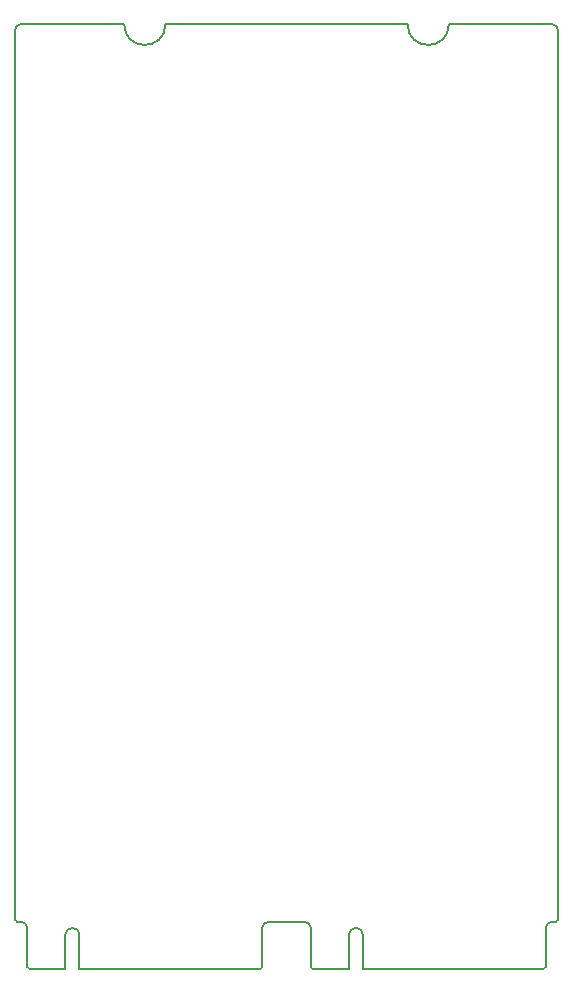
<source format=gm1>
G04*
G04 #@! TF.GenerationSoftware,Altium Limited,Altium Designer,24.5.2 (23)*
G04*
G04 Layer_Color=16711935*
%FSLAX44Y44*%
%MOMM*%
G71*
G04*
G04 #@! TF.SameCoordinates,91BA8B22-162D-4FD0-A550-99D68B665C59*
G04*
G04*
G04 #@! TF.FilePolarity,Positive*
G04*
G01*
G75*
%ADD10C,0.2000*%
D10*
X332500Y800000D02*
G03*
X367500Y800000I17500J0D01*
G01*
X92500D02*
G03*
X127500Y800000I17500J0D01*
G01*
X294750Y28999D02*
G03*
X288750Y35001I-6001J1D01*
G01*
X447500Y0D02*
G03*
X449499Y1999I0J1999D01*
G01*
X460000Y795000D02*
G03*
X455001Y799999I-4999J0D01*
G01*
X454501Y40000D02*
G03*
X449499Y35001I-1J-5000D01*
G01*
X458001Y40000D02*
G03*
X460000Y41999I0J1999D01*
G01*
X250500Y35001D02*
G03*
X245499Y40000I-5000J-1D01*
G01*
X250500Y1999D02*
G03*
X252499Y0I1999J0D01*
G01*
X288750Y35001D02*
G03*
X282751Y28999I1J-6001D01*
G01*
X0Y41999D02*
G03*
X1999Y40000I1999J0D01*
G01*
X207500Y0D02*
G03*
X209499Y1999I0J1999D01*
G01*
X214501Y40000D02*
G03*
X209499Y35001I-1J-5000D01*
G01*
X10500D02*
G03*
X5499Y40000I-5000J-1D01*
G01*
X10500Y1999D02*
G03*
X12499Y0I1999J0D01*
G01*
X48750Y35001D02*
G03*
X42751Y28999I1J-6001D01*
G01*
X54750D02*
G03*
X48750Y35001I-6001J1D01*
G01*
X4999Y799999D02*
G03*
X0Y795000I0J-4999D01*
G01*
X459999Y795000D02*
X460000Y41999D01*
X127500Y800001D02*
X332500D01*
X367500D02*
X455001D01*
X-0Y795000D02*
X0Y41999D01*
X282751Y0D02*
Y28999D01*
X252499Y0D02*
X282751D01*
X250500Y1999D02*
Y35001D01*
X294750Y0D02*
Y28999D01*
Y-0D02*
X447500Y0D01*
X449499Y1999D02*
Y35001D01*
X454501Y40000D02*
X458001D01*
X42751Y0D02*
Y28999D01*
X12499Y0D02*
X42751D01*
X54750D02*
Y28999D01*
Y-0D02*
X207500Y0D01*
X209499Y1999D02*
Y35001D01*
X214501Y40000D02*
X245500D01*
X1999D02*
X5499D01*
X10500Y1999D02*
Y35001D01*
X4999Y799999D02*
X92500D01*
M02*

</source>
